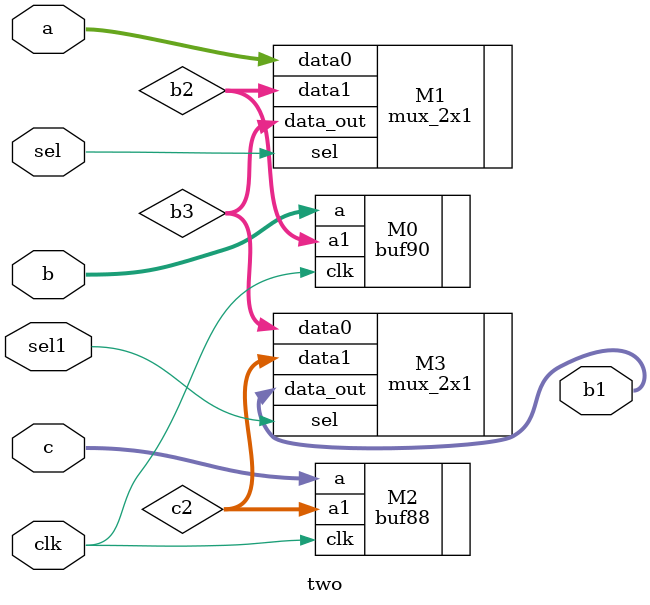
<source format=v>
module two (
	input [31:0] a,b,c,
	input clk,sel,sel1,
	output [31:0] b1
	);
wire [31:0] b2,b3,c2;
buf90 M0 (.a(b),.clk(clk),.a1(b2));
mux_2x1 M1 (.data0(a),.data1(b2),.sel(sel),.data_out(b3));
buf88 M2 (.a(c),.clk(clk),.a1(c2));
mux_2x1 M3 (.data0(b3),.data1(c2),.sel(sel1),.data_out(b1));
endmodule

</source>
